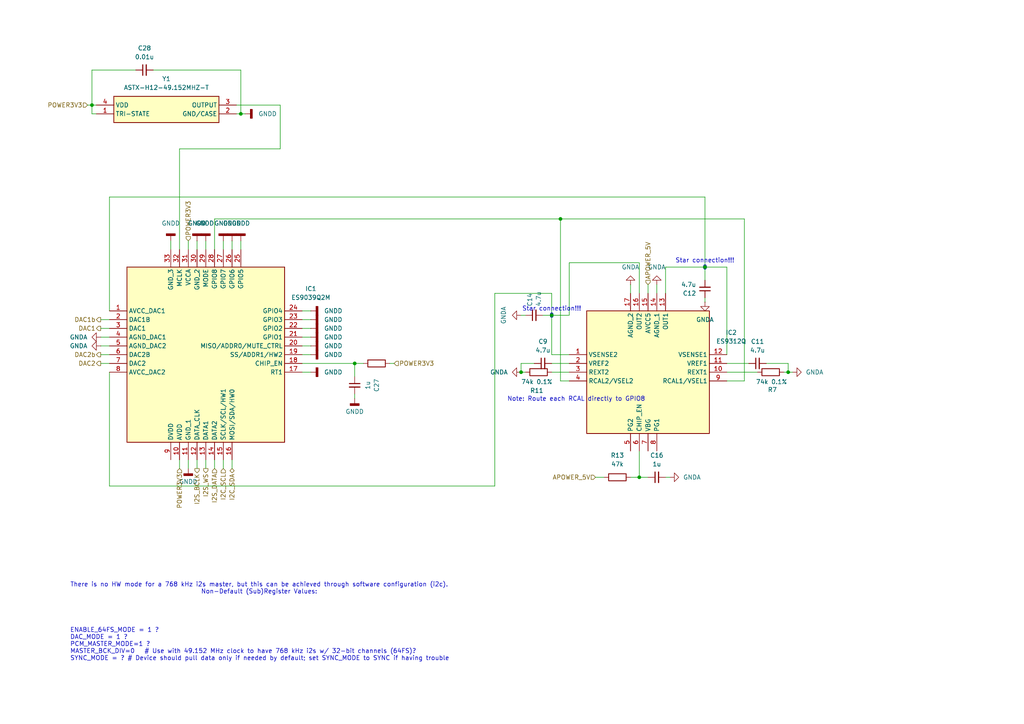
<source format=kicad_sch>
(kicad_sch (version 20250114) (generator "eeschema") (generator_version "9.0")
  (paper "A4")
  (title_block (title "DAC and DAC Power"))
  (lib_symbols
    (symbol "ASTX-H12-49_152MHZ-T:ASTX-H12-49.152MHZ-T"
      (property "Reference" "Y" (at 36.83 7.62 0))
      (property "Value" "ASTX-H12-49.152MHZ-T" (at 36.83 5.08 0))
      (symbol "ASTX-H12-49.152MHZ-T_1_1"
        (rectangle (start 5.08 2.54) (end 35.56 -5.08) (stroke (width 0.254)) (fill (type background)))
        (pin passive line (at 0 0 0) (length 5.08) (name "VDD") (number "4"))
        (pin passive line (at 0 -2.54 0) (length 5.08) (name "TRI-STATE") (number "1"))
        (pin passive line (at 40.64 0 180) (length 5.08) (name "OUTPUT") (number "3"))
        (pin passive line (at 40.64 -2.54 180) (length 5.08) (name "GND/CASE") (number "2"))
      )
    )
    (symbol "Device:C_Small" (pin_numbers (hide yes)) (pin_names (offset 0.254) (hide yes))
      (property "Reference" "C" (at 0.254 1.778 0))
      (property "Value" "C_Small" (at 0.254 -2.032 0))
      (symbol "C_Small_0_1"
        (polyline (pts (xy -1.524 0.508) (xy 1.524 0.508)) (stroke (width 0.3048)))
        (polyline (pts (xy -1.524 -0.508) (xy 1.524 -0.508)) (stroke (width 0.3302)))
      )
      (symbol "C_Small_1_1"
        (pin passive line (at 0 2.54 270) (length 2.032) (name "~") (number "1"))
        (pin passive line (at 0 -2.54 90) (length 2.032) (name "~") (number "2"))
      )
    )
    (symbol "Device:R" (pin_numbers (hide yes)) (pin_names (offset 0))
      (property "Reference" "R" (at 2.032 0 90))
      (property "Value" "R" (at 0 0 90))
      (symbol "R_0_1"
        (rectangle (start -1.016 -2.54) (end 1.016 2.54) (stroke (width 0.254)))
      )
      (symbol "R_1_1"
        (pin passive line (at 0 3.81 270) (length 1.27) (name "~") (number "1"))
        (pin passive line (at 0 -3.81 90) (length 1.27) (name "~") (number "2"))
      )
    )
    (symbol "ES9039Q2M:ES9039Q2M"
      (property "Reference" "IC" (at 52.07 17.78 0))
      (property "Value" "ES9039Q2M" (at 52.07 15.24 0))
      (symbol "ES9039Q2M_1_1"
        (rectangle (start 5.08 12.7) (end 50.8 -38.1) (stroke (width 0.254)) (fill (type background)))
        (pin passive line (at 0 0 0) (length 5.08) (name "AVCC_DAC1") (number "1"))
        (pin passive line (at 0 -2.54 0) (length 5.08) (name "DAC1B") (number "2"))
        (pin passive line (at 0 -5.08 0) (length 5.08) (name "DAC1") (number "3"))
        (pin passive line (at 0 -7.62 0) (length 5.08) (name "AGND_DAC1") (number "4"))
        (pin passive line (at 0 -10.16 0) (length 5.08) (name "AGND_DAC2") (number "5"))
        (pin passive line (at 0 -12.7 0) (length 5.08) (name "DAC2B") (number "6"))
        (pin passive line (at 0 -15.24 0) (length 5.08) (name "DAC2") (number "7"))
        (pin passive line (at 0 -17.78 0) (length 5.08) (name "AVCC_DAC2") (number "8"))
        (pin passive line (at 17.78 17.78 270) (length 5.08) (name "GND_3") (number "33"))
        (pin passive line (at 17.78 -43.18 90) (length 5.08) (name "DVDD") (number "9"))
        (pin passive line (at 20.32 17.78 270) (length 5.08) (name "MCLK") (number "32"))
        (pin passive line (at 20.32 -43.18 90) (length 5.08) (name "AVDD") (number "10"))
        (pin passive line (at 22.86 17.78 270) (length 5.08) (name "VCCA") (number "31"))
        (pin passive line (at 22.86 -43.18 90) (length 5.08) (name "GND_1") (number "11"))
        (pin passive line (at 25.4 17.78 270) (length 5.08) (name "GND_2") (number "30"))
        (pin passive line (at 25.4 -43.18 90) (length 5.08) (name "DATA_CLK") (number "12"))
        (pin passive line (at 27.94 17.78 270) (length 5.08) (name "MODE") (number "29"))
        (pin passive line (at 27.94 -43.18 90) (length 5.08) (name "DATA1") (number "13"))
        (pin passive line (at 30.48 17.78 270) (length 5.08) (name "GPIO8") (number "28"))
        (pin passive line (at 30.48 -43.18 90) (length 5.08) (name "DATA2") (number "14"))
        (pin passive line (at 33.02 17.78 270) (length 5.08) (name "GPIO7") (number "27"))
        (pin passive line (at 33.02 -43.18 90) (length 5.08) (name "SCLK/SCL/HW1") (number "15"))
        (pin passive line (at 35.56 17.78 270) (length 5.08) (name "GPIO6") (number "26"))
        (pin passive line (at 35.56 -43.18 90) (length 5.08) (name "MOSI/SDA/HW0") (number "16"))
        (pin passive line (at 38.1 17.78 270) (length 5.08) (name "GPIO5") (number "25"))
        (pin passive line (at 55.88 0 180) (length 5.08) (name "GPIO4") (number "24"))
        (pin passive line (at 55.88 -2.54 180) (length 5.08) (name "GPIO3") (number "23"))
        (pin passive line (at 55.88 -5.08 180) (length 5.08) (name "GPIO2") (number "22"))
        (pin passive line (at 55.88 -7.62 180) (length 5.08) (name "GPIO1") (number "21"))
        (pin passive line (at 55.88 -10.16 180) (length 5.08) (name "MISO/ADDR0/MUTE_CTRL") (number "20"))
        (pin passive line (at 55.88 -12.7 180) (length 5.08) (name "SS/ADDR1/HW2") (number "19"))
        (pin passive line (at 55.88 -15.24 180) (length 5.08) (name "CHIP_EN") (number "18"))
        (pin passive line (at 55.88 -17.78 180) (length 5.08) (name "RT1") (number "17"))
      )
    )
    (symbol "ES9312Q:ES9312Q"
      (property "Reference" "IC" (at 41.91 17.78 0))
      (property "Value" "ES9312Q" (at 41.91 15.24 0))
      (symbol "ES9312Q_1_1"
        (rectangle (start 5.08 12.7) (end 40.64 -22.86) (stroke (width 0.254)) (fill (type background)))
        (pin passive line (at 0 0 0) (length 5.08) (name "VSENSE2") (number "1"))
        (pin passive line (at 0 -2.54 0) (length 5.08) (name "VREF2") (number "2"))
        (pin passive line (at 0 -5.08 0) (length 5.08) (name "REXT2") (number "3"))
        (pin passive line (at 0 -7.62 0) (length 5.08) (name "RCAL2/VSEL2") (number "4"))
        (pin passive line (at 17.78 17.78 270) (length 5.08) (name "AGND_2") (number "17"))
        (pin passive line (at 17.78 -27.94 90) (length 5.08) (name "PG2") (number "5"))
        (pin passive line (at 20.32 17.78 270) (length 5.08) (name "OUT2") (number "16"))
        (pin passive line (at 20.32 -27.94 90) (length 5.08) (name "CHIP_EN") (number "6"))
        (pin passive line (at 22.86 17.78 270) (length 5.08) (name "AVCC5") (number "15"))
        (pin passive line (at 22.86 -27.94 90) (length 5.08) (name "VBG") (number "7"))
        (pin passive line (at 25.4 17.78 270) (length 5.08) (name "AGND_1") (number "14"))
        (pin passive line (at 25.4 -27.94 90) (length 5.08) (name "PG1") (number "8"))
        (pin passive line (at 27.94 17.78 270) (length 5.08) (name "OUT1") (number "13"))
        (pin passive line (at 45.72 0 180) (length 5.08) (name "VSENSE1") (number "12"))
        (pin passive line (at 45.72 -2.54 180) (length 5.08) (name "VREF1") (number "11"))
        (pin passive line (at 45.72 -5.08 180) (length 5.08) (name "REXT1") (number "10"))
        (pin passive line (at 45.72 -7.62 180) (length 5.08) (name "RCAL1/VSEL1") (number "9"))
      )
    )
    (symbol "power:GNDA" (power) (pin_numbers (hide yes)) (pin_names (offset 0) (hide yes))
      (property "Value" "GNDA" (at 0 -3.81 0))
      (symbol "GNDA_0_1"
        (polyline (pts (xy 0 0) (xy 0 -1.27) (xy 1.27 -1.27) (xy 0 -2.54) (xy -1.27 -1.27) (xy 0 -1.27)))
      )
      (symbol "GNDA_1_1"
        (pin power_in line (at 0 0 270) (length 0) (name "~") (number "1"))
      )
    )
    (symbol "power:GNDD" (power) (pin_numbers (hide yes)) (pin_names (offset 0) (hide yes))
      (property "Value" "GNDD" (at 0 -3.175 0))
      (symbol "GNDD_0_1"
        (rectangle (start -1.27 -1.524) (end 1.27 -2.032) (stroke (width 0.254)) (fill (type outline)))
        (polyline (pts (xy 0 0) (xy 0 -1.524)))
      )
      (symbol "GNDD_1_1"
        (pin power_in line (at 0 0 270) (length 0) (name "~") (number "1"))
      )
    )
  )
  (text "Note: Route each RCAL directly to GPIO8" (at 167.132 115.824 0) (effects (font (size 1.27 1.27))))
  (text "Star connection!!!\nO" (at 204.47 76.708 0) (effects (font (size 1.27 1.27))))
  (text "Star connection!!!\nO" (at 160.02 90.678 0) (effects (font (size 1.27 1.27))))
  (text "There is no HW mode for a 768 kHz i2s master, but this can be achieved through software configuration (i2c).\nNon-Default (Sub)Register Values:" (at 75.184 170.688 0) (effects (font (size 1.27 1.27))))
  (text "ENABLE_64FS_MODE = 1 \r\nDAC_MODE = 1 \r\nPCM_MASTER_MODE=1 \r\nMASTER_BCK_DIV=0   # Use with 49.152 MHz clock to have 768 kHz i2s w/ 32-bit channels (64FS)\r\nSYNC_MODE = ? # Device should pull data only if needed by default; set SYNC_MODE to SYNC if having trouble" (at 20.32 182.118 0) (effects (font (size 1.27 1.27)) (justify left top)))
  (junction (at 69.85 33.02))
  (junction (at 160.02 91.44))
  (junction (at 151.13 107.95))
  (junction (at 26.67 30.48))
  (junction (at 185.42 138.43))
  (junction (at 162.56 63.5))
  (junction (at 228.6 107.95))
  (junction (at 102.87 105.41))
  (junction (at 204.47 77.47))
  (wire (pts (xy 27.94 33.02) (xy 26.67 33.02)))
  (wire (pts (xy 215.9 63.5) (xy 162.56 63.5)))
  (wire (pts (xy 185.42 85.09) (xy 185.42 76.2)))
  (wire (pts (xy 151.13 107.95) (xy 152.4 107.95)))
  (wire (pts (xy 29.21 92.71) (xy 31.75 92.71)))
  (wire (pts (xy 87.63 105.41) (xy 102.87 105.41)))
  (wire (pts (xy 44.45 20.32) (xy 69.85 20.32)))
  (wire (pts (xy 151.13 105.41) (xy 151.13 107.95)))
  (wire (pts (xy 204.47 77.47) (xy 210.82 77.47)))
  (wire (pts (xy 210.82 107.95) (xy 219.71 107.95)))
  (wire (pts (xy 227.33 107.95) (xy 228.6 107.95)))
  (wire (pts (xy 172.72 138.43) (xy 175.26 138.43)))
  (wire (pts (xy 69.85 20.32) (xy 69.85 33.02)))
  (wire (pts (xy 69.85 33.02) (xy 71.12 33.02)))
  (wire (pts (xy 87.63 92.71) (xy 90.17 92.71)))
  (wire (pts (xy 162.56 63.5) (xy 162.56 110.49)))
  (wire (pts (xy 160.02 91.44) (xy 160.02 85.09)))
  (wire (pts (xy 52.07 133.35) (xy 52.07 135.89)))
  (wire (pts (xy 57.15 69.85) (xy 57.15 72.39)))
  (wire (pts (xy 210.82 110.49) (xy 215.9 110.49)))
  (wire (pts (xy 87.63 95.25) (xy 90.17 95.25)))
  (wire (pts (xy 64.77 69.85) (xy 64.77 72.39)))
  (wire (pts (xy 210.82 102.87) (xy 210.82 77.47)))
  (wire (pts (xy 68.58 30.48) (xy 81.28 30.48)))
  (wire (pts (xy 165.1 91.44) (xy 160.02 91.44)))
  (wire (pts (xy 210.82 105.41) (xy 217.17 105.41)))
  (wire (pts (xy 62.23 133.35) (xy 62.23 135.89)))
  (wire (pts (xy 87.63 100.33) (xy 90.17 100.33)))
  (wire (pts (xy 54.61 133.35) (xy 54.61 135.89)))
  (wire (pts (xy 215.9 110.49) (xy 215.9 63.5)))
  (wire (pts (xy 193.04 138.43) (xy 194.31 138.43)))
  (wire (pts (xy 31.75 140.97) (xy 31.75 107.95)))
  (wire (pts (xy 160.02 91.44) (xy 160.02 102.87)))
  (wire (pts (xy 160.02 85.09) (xy 143.51 85.09)))
  (wire (pts (xy 26.67 30.48) (xy 27.94 30.48)))
  (wire (pts (xy 204.47 77.47) (xy 204.47 81.28)))
  (wire (pts (xy 160.02 107.95) (xy 165.1 107.95)))
  (wire (pts (xy 185.42 138.43) (xy 185.42 130.81)))
  (wire (pts (xy 67.31 133.35) (xy 67.31 135.89)))
  (wire (pts (xy 57.15 133.35) (xy 57.15 135.89)))
  (wire (pts (xy 59.69 133.35) (xy 59.69 135.89)))
  (wire (pts (xy 81.28 30.48) (xy 81.28 43.18)))
  (wire (pts (xy 193.04 77.47) (xy 193.04 85.09)))
  (wire (pts (xy 162.56 110.49) (xy 165.1 110.49)))
  (wire (pts (xy 228.6 107.95) (xy 229.87 107.95)))
  (wire (pts (xy 228.6 105.41) (xy 228.6 107.95)))
  (wire (pts (xy 29.21 105.41) (xy 31.75 105.41)))
  (wire (pts (xy 49.53 69.85) (xy 49.53 72.39)))
  (wire (pts (xy 29.21 102.87) (xy 31.75 102.87)))
  (wire (pts (xy 102.87 105.41) (xy 102.87 109.22)))
  (wire (pts (xy 62.23 63.5) (xy 162.56 63.5)))
  (wire (pts (xy 26.67 20.32) (xy 26.67 30.48)))
  (wire (pts (xy 165.1 102.87) (xy 160.02 102.87)))
  (wire (pts (xy 39.37 20.32) (xy 26.67 20.32)))
  (wire (pts (xy 204.47 86.36) (xy 204.47 87.63)))
  (wire (pts (xy 67.31 69.85) (xy 67.31 72.39)))
  (wire (pts (xy 143.51 140.97) (xy 31.75 140.97)))
  (wire (pts (xy 29.21 100.33) (xy 31.75 100.33)))
  (wire (pts (xy 157.48 91.44) (xy 160.02 91.44)))
  (wire (pts (xy 81.28 43.18) (xy 52.07 43.18)))
  (wire (pts (xy 102.87 105.41) (xy 105.41 105.41)))
  (wire (pts (xy 69.85 69.85) (xy 69.85 72.39)))
  (wire (pts (xy 29.21 95.25) (xy 31.75 95.25)))
  (wire (pts (xy 26.67 33.02) (xy 26.67 30.48)))
  (wire (pts (xy 187.96 82.55) (xy 187.96 85.09)))
  (wire (pts (xy 185.42 76.2) (xy 165.1 76.2)))
  (wire (pts (xy 31.75 57.15) (xy 204.47 57.15)))
  (wire (pts (xy 87.63 97.79) (xy 90.17 97.79)))
  (wire (pts (xy 25.4 30.48) (xy 26.67 30.48)))
  (wire (pts (xy 52.07 43.18) (xy 52.07 72.39)))
  (wire (pts (xy 62.23 72.39) (xy 62.23 63.5)))
  (wire (pts (xy 87.63 90.17) (xy 90.17 90.17)))
  (wire (pts (xy 87.63 107.95) (xy 90.17 107.95)))
  (wire (pts (xy 54.61 69.85) (xy 54.61 72.39)))
  (wire (pts (xy 113.03 105.41) (xy 114.3 105.41)))
  (wire (pts (xy 154.94 105.41) (xy 151.13 105.41)))
  (wire (pts (xy 160.02 105.41) (xy 165.1 105.41)))
  (wire (pts (xy 182.88 82.55) (xy 182.88 85.09)))
  (wire (pts (xy 59.69 69.85) (xy 59.69 72.39)))
  (wire (pts (xy 29.21 97.79) (xy 31.75 97.79)))
  (wire (pts (xy 102.87 114.3) (xy 102.87 115.57)))
  (wire (pts (xy 87.63 102.87) (xy 90.17 102.87)))
  (wire (pts (xy 185.42 138.43) (xy 187.96 138.43)))
  (wire (pts (xy 31.75 57.15) (xy 31.75 90.17)))
  (wire (pts (xy 204.47 57.15) (xy 204.47 77.47)))
  (wire (pts (xy 143.51 85.09) (xy 143.51 140.97)))
  (wire (pts (xy 193.04 77.47) (xy 204.47 77.47)))
  (wire (pts (xy 190.5 82.55) (xy 190.5 85.09)))
  (wire (pts (xy 64.77 133.35) (xy 64.77 135.89)))
  (wire (pts (xy 182.88 138.43) (xy 185.42 138.43)))
  (wire (pts (xy 222.25 105.41) (xy 228.6 105.41)))
  (wire (pts (xy 165.1 76.2) (xy 165.1 91.44)))
  (wire (pts (xy 68.58 33.02) (xy 69.85 33.02)))
  (wire (pts (xy 151.13 91.44) (xy 152.4 91.44)))
  (hierarchical_label "POWER3V3" (shape input) (at 52.07 135.89 270))
  (hierarchical_label "I2C_SCL" (shape input) (at 64.77 135.89 270))
  (hierarchical_label "DAC1b" (shape output) (at 29.21 92.71 180))
  (hierarchical_label "DAC1" (shape output) (at 29.21 95.25 180))
  (hierarchical_label "POWER3V3" (shape input) (at 25.4 30.48 180))
  (hierarchical_label "APOWER_5V" (shape input) (at 187.96 82.55 90))
  (hierarchical_label "DAC2b" (shape output) (at 29.21 102.87 180))
  (hierarchical_label "I2S_WS" (shape output) (at 59.69 135.89 270))
  (hierarchical_label "I2C_SDA" (shape bidirectional) (at 67.31 135.89 270))
  (hierarchical_label "POWER3V3" (shape input) (at 54.61 69.85 90))
  (hierarchical_label "I2S_BCLK" (shape output) (at 57.15 135.89 270))
  (hierarchical_label "POWER3V3" (shape input) (at 114.3 105.41 0))
  (hierarchical_label "DAC2" (shape output) (at 29.21 105.41 180))
  (hierarchical_label "APOWER_5V" (shape input) (at 172.72 138.43 180))
  (hierarchical_label "I2S_DATA" (shape input) (at 62.23 135.89 270))
  (symbol (lib_id "power:GNDA") (at 29.21 97.79 270) (unit 1)
    (property "Reference" "#PWR023" (effects (hide yes)))
    (property "Value" "GNDA" (at 25.4 97.7899 90) (effects (justify right)))
    (property "Description" "Power symbol creates a global label with name \"GNDA\" , analog ground" (effects (hide yes)))
  )
  (symbol (lib_id "power:GNDD") (at 49.53 69.85 180) (unit 1)
    (property "Reference" "#PWR038" (effects (hide yes)))
    (property "Value" "GNDD" (at 49.53 64.77 0))
    (property "Description" "Power symbol creates a global label with name \"GNDD\" , digital ground" (effects (hide yes)))
  )
  (symbol (lib_id "power:GNDA") (at 229.87 107.95 90) (unit 1)
    (property "Reference" "#PWR02" (effects (hide yes)))
    (property "Value" "GNDA" (at 233.68 107.9499 90) (effects (justify right)))
    (property "Description" "Power symbol creates a global label with name \"GNDA\" , analog ground" (effects (hide yes)))
  )
  (symbol (lib_id "power:GNDD") (at 102.87 115.57 0) (unit 1)
    (property "Reference" "#PWR040" (effects (hide yes)))
    (property "Value" "GNDD" (at 102.87 119.38 0))
    (property "Description" "Power symbol creates a global label with name \"GNDD\" , digital ground" (effects (hide yes)))
  )
  (symbol (lib_id "power:GNDA") (at 204.47 87.63 0) (unit 1)
    (property "Reference" "#PWR020" (effects (hide yes)))
    (property "Value" "GNDA" (at 204.47 92.71 0))
    (property "Description" "Power symbol creates a global label with name \"GNDA\" , analog ground" (effects (hide yes)))
  )
  (symbol (lib_id "Device:R") (at 109.22 105.41 90) (unit 1)
    (property "Reference" "R17" (effects (hide yes)))
    (property "Value" "47k" (effects (hide yes)))
    (property "Description" "Resistor" (effects (hide yes)))
  )
  (symbol (lib_id "power:GNDA") (at 190.5 82.55 180) (unit 1)
    (property "Reference" "#PWR06" (effects (hide yes)))
    (property "Value" "GNDA" (at 190.5 77.47 0))
    (property "Description" "Power symbol creates a global label with name \"GNDA\" , analog ground" (effects (hide yes)))
  )
  (symbol (lib_id "power:GNDD") (at 69.85 69.85 180) (unit 1)
    (property "Reference" "#PWR036" (effects (hide yes)))
    (property "Value" "GNDD" (at 69.85 64.77 0))
    (property "Description" "Power symbol creates a global label with name \"GNDD\" , digital ground" (effects (hide yes)))
  )
  (symbol (lib_id "power:GNDD") (at 71.12 33.02 90) (unit 1)
    (property "Reference" "#PWR048" (effects (hide yes)))
    (property "Value" "GNDD" (at 74.93 33.0199 90) (effects (justify right)))
    (property "Description" "Power symbol creates a global label with name \"GNDD\" , digital ground" (effects (hide yes)))
  )
  (symbol (lib_id "Device:C_Small") (at 102.87 111.76 0) (unit 1)
    (property "Reference" "C27" (at 109.22 111.7663 90))
    (property "Value" "1u" (at 106.68 111.7663 90))
    (property "Description" "Unpolarized capacitor, small symbol" (effects (hide yes)))
  )
  (symbol (lib_id "power:GNDD") (at 90.17 90.17 90) (unit 1)
    (property "Reference" "#PWR035" (effects (hide yes)))
    (property "Value" "GNDD" (at 93.98 90.1699 90) (effects (justify right)))
    (property "Description" "Power symbol creates a global label with name \"GNDD\" , digital ground" (effects (hide yes)))
  )
  (symbol (lib_id "power:GNDD") (at 54.61 135.89 0) (unit 1)
    (property "Reference" "#PWR033" (effects (hide yes)))
    (property "Value" "GNDD" (at 54.61 139.7 0))
    (property "Description" "Power symbol creates a global label with name \"GNDD\" , digital ground" (effects (hide yes)))
  )
  (symbol (lib_id "Device:C_Small") (at 190.5 138.43 90) (unit 1)
    (property "Reference" "C16" (at 190.5063 132.08 90))
    (property "Value" "1u" (at 190.5063 134.62 90))
    (property "Description" "Unpolarized capacitor, small symbol" (effects (hide yes)))
  )
  (symbol (lib_id "power:GNDD") (at 64.77 69.85 180) (unit 1)
    (property "Reference" "#PWR034" (effects (hide yes)))
    (property "Value" "GNDD" (at 64.77 64.77 0))
    (property "Description" "Power symbol creates a global label with name \"GNDD\" , digital ground" (effects (hide yes)))
  )
  (symbol (lib_id "ES9312Q:ES9312Q") (at 165.1 102.87 0) (unit 1)
    (property "Reference" "IC2" (at 212.09 96.4498 0))
    (property "Value" "ES9312Q" (at 212.09 98.9898 0))
    (property "Footprint" "QFN50P300X300X80-17N-D" (effects (hide yes)))
    (property "Datasheet" "https://www.esstech.com/wp-content/uploads/2024/03/ES9312_DataSheet_v0.2.1.pdf" (effects (hide yes)))
    (property "Description" "Linear Voltage Regulators SABRE Dual Channel Ultra Low Noise Linear Regulator, 3mmx3mm, 16-QFN" (effects (hide yes)))
    (property "Height" "0.8" (effects (hide yes)))
    (property "Mouser Part Number" "460-ES9312Q" (effects (hide yes)))
    (property "Mouser Price/Stock" "https://www.mouser.co.uk/ProductDetail/ESS-Technology/ES9312Q?qs=%252BXxaIXUDbq1hLWAHTnkbEw%3D%3D" (effects (hide yes)))
    (property "Manufacturer_Name" "ESS Technology" (effects (hide yes)))
    (property "Manufacturer_Part_Number" "ES9312Q" (effects (hide yes)))
  )
  (symbol (lib_id "power:GNDA") (at 151.13 91.44 270) (unit 1)
    (property "Reference" "#PWR021" (effects (hide yes)))
    (property "Value" "GNDA" (at 146.05 91.44 0))
    (property "Description" "Power symbol creates a global label with name \"GNDA\" , analog ground" (effects (hide yes)))
  )
  (symbol (lib_id "Device:C_Small") (at 154.94 91.44 90) (unit 1)
    (property "Reference" "C14" (at 153.6762 88.9 0) (effects (justify left)))
    (property "Value" "4.7u" (at 156.2162 88.9 0) (effects (justify left)))
    (property "Description" "Unpolarized capacitor, small symbol" (effects (hide yes)))
  )
  (symbol (lib_id "Device:C_Small") (at 204.47 83.82 180) (unit 1)
    (property "Reference" "C12" (at 201.93 85.0838 0) (effects (justify left)))
    (property "Value" "4.7u" (at 201.93 82.5438 0) (effects (justify left)))
    (property "Description" "Unpolarized capacitor, small symbol" (effects (hide yes)))
  )
  (symbol (lib_id "power:GNDD") (at 90.17 97.79 90) (unit 1)
    (property "Reference" "#PWR043" (effects (hide yes)))
    (property "Value" "GNDD" (at 93.98 97.7899 90) (effects (justify right)))
    (property "Description" "Power symbol creates a global label with name \"GNDD\" , digital ground" (effects (hide yes)))
  )
  (symbol (lib_id "Device:C_Small") (at 219.71 105.41 90) (unit 1)
    (property "Reference" "C11" (at 219.7163 99.06 90))
    (property "Value" "4.7u" (at 219.7163 101.6 90))
    (property "Description" "Unpolarized capacitor, small symbol" (effects (hide yes)))
  )
  (symbol (lib_id "Device:C_Small") (at 157.48 105.41 90) (unit 1)
    (property "Reference" "C9" (at 157.4863 99.06 90))
    (property "Value" "4.7u" (at 157.4863 101.6 90))
    (property "Description" "Unpolarized capacitor, small symbol" (effects (hide yes)))
  )
  (symbol (lib_id "power:GNDD") (at 90.17 92.71 90) (unit 1)
    (property "Reference" "#PWR047" (effects (hide yes)))
    (property "Value" "GNDD" (at 93.98 92.7099 90) (effects (justify right)))
    (property "Description" "Power symbol creates a global label with name \"GNDD\" , digital ground" (effects (hide yes)))
  )
  (symbol (lib_id "power:GNDD") (at 67.31 69.85 180) (unit 1)
    (property "Reference" "#PWR037" (effects (hide yes)))
    (property "Value" "GNDD" (at 67.31 64.77 0))
    (property "Description" "Power symbol creates a global label with name \"GNDD\" , digital ground" (effects (hide yes)))
  )
  (symbol (lib_id "power:GNDA") (at 151.13 107.95 270) (unit 1)
    (property "Reference" "#PWR03" (effects (hide yes)))
    (property "Value" "GNDA" (at 147.32 107.9499 90) (effects (justify right)))
    (property "Description" "Power symbol creates a global label with name \"GNDA\" , analog ground" (effects (hide yes)))
  )
  (symbol (lib_id "Device:R") (at 156.21 107.95 90) (unit 1)
    (property "Reference" "R11" (at 155.702 113.284 90))
    (property "Value" "74k 0.1%" (at 155.702 110.744 90))
    (property "Description" "Resistor" (effects (hide yes)))
  )
  (symbol (lib_id "power:GNDD") (at 90.17 107.95 90) (unit 1)
    (property "Reference" "#PWR046" (effects (hide yes)))
    (property "Value" "GNDD" (at 93.98 107.9499 90) (effects (justify right)))
    (property "Description" "Power symbol creates a global label with name \"GNDD\" , digital ground" (effects (hide yes)))
  )
  (symbol (lib_id "Device:R") (at 223.52 107.95 90) (unit 1)
    (property "Reference" "R7" (at 224.028 113.03 90))
    (property "Value" "74k 0.1%" (at 223.774 110.744 90))
    (property "Description" "Resistor" (effects (hide yes)))
  )
  (symbol (lib_id "power:GNDA") (at 182.88 82.55 180) (unit 1)
    (property "Reference" "#PWR014" (effects (hide yes)))
    (property "Value" "GNDA" (at 182.88 77.47 0))
    (property "Description" "Power symbol creates a global label with name \"GNDA\" , analog ground" (effects (hide yes)))
  )
  (symbol (lib_id "ASTX-H12-49_152MHZ-T:ASTX-H12-49.152MHZ-T") (at 27.94 30.48 0) (unit 1)
    (property "Reference" "Y1" (at 48.26 22.86 0))
    (property "Value" "ASTX-H12-49.152MHZ-T" (at 48.26 25.4 0))
    (property "Footprint" "ASTX-H12" (effects (hide yes)))
    (property "Datasheet" "https://abracon.com/Oscillators/ASTX-H12.pdf" (effects (hide yes)))
    (property "Description" "TCXO Oscillators" (effects (hide yes)))
    (property "Height" "0.95" (effects (hide yes)))
    (property "Mouser Part Number" "815-ASTX-H12-49.15-T" (effects (hide yes)))
    (property "Mouser Price/Stock" "https://www.mouser.co.uk/ProductDetail/ABRACON/ASTX-H12-49.152MHZ-T?qs=W0yvOO0ixfH35g3lROWmQA%3D%3D" (effects (hide yes)))
    (property "Manufacturer_Name" "ABRACON" (effects (hide yes)))
    (property "Manufacturer_Part_Number" "ASTX-H12-49.152MHZ-T" (effects (hide yes)))
  )
  (symbol (lib_id "power:GNDA") (at 29.21 100.33 270) (unit 1)
    (property "Reference" "#PWR032" (effects (hide yes)))
    (property "Value" "GNDA" (at 25.4 100.3299 90) (effects (justify right)))
    (property "Description" "Power symbol creates a global label with name \"GNDA\" , analog ground" (effects (hide yes)))
  )
  (symbol (lib_id "Device:C_Small") (at 41.91 20.32 90) (unit 1)
    (property "Reference" "C28" (at 41.9163 13.97 90))
    (property "Value" "0.01u" (at 41.9163 16.51 90))
    (property "Description" "Unpolarized capacitor, small symbol" (effects (hide yes)))
  )
  (symbol (lib_id "power:GNDD") (at 90.17 95.25 90) (unit 1)
    (property "Reference" "#PWR044" (effects (hide yes)))
    (property "Value" "GNDD" (at 93.98 95.2499 90) (effects (justify right)))
    (property "Description" "Power symbol creates a global label with name \"GNDD\" , digital ground" (effects (hide yes)))
  )
  (symbol (lib_id "power:GNDD") (at 57.15 69.85 180) (unit 1)
    (property "Reference" "#PWR039" (effects (hide yes)))
    (property "Value" "GNDD" (at 57.15 64.77 0))
    (property "Description" "Power symbol creates a global label with name \"GNDD\" , digital ground" (effects (hide yes)))
  )
  (symbol (lib_id "Device:R") (at 179.07 138.43 90) (unit 1)
    (property "Reference" "R13" (at 179.07 132.08 90))
    (property "Value" "47k" (at 179.07 134.62 90))
    (property "Description" "Resistor" (effects (hide yes)))
  )
  (symbol (lib_id "power:GNDA") (at 194.31 138.43 90) (unit 1)
    (property "Reference" "#PWR022" (effects (hide yes)))
    (property "Value" "GNDA" (at 198.12 138.4299 90) (effects (justify right)))
    (property "Description" "Power symbol creates a global label with name \"GNDA\" , analog ground" (effects (hide yes)))
  )
  (symbol (lib_id "power:GNDD") (at 90.17 102.87 90) (unit 1)
    (property "Reference" "#PWR042" (effects (hide yes)))
    (property "Value" "GNDD" (at 93.98 102.8699 90) (effects (justify right)))
    (property "Description" "Power symbol creates a global label with name \"GNDD\" , digital ground" (effects (hide yes)))
  )
  (symbol (lib_id "ES9039Q2M:ES9039Q2M") (at 31.75 90.17 0) (unit 1)
    (property "Reference" "IC1" (at 90.17 83.7498 0))
    (property "Value" "ES9039Q2M" (at 90.17 86.2898 0))
    (property "Footprint" "QFN50P500X500X90-33N-D" (effects (hide yes)))
    (property "Datasheet" "https://www.esstech.com/wp-content/uploads/2023/03/ES9039Q2M_Datasheet_v0.1.3.pdf" (effects (hide yes)))
    (property "Description" "Digital to Analog Converters - DAC Sabre 32 Reference Stereo  low power audiophile DAC w/DOP, TDM" (effects (hide yes)))
    (property "Height" "0.9" (effects (hide yes)))
    (property "Mouser Part Number" "460-ES9039Q2M" (effects (hide yes)))
    (property "Mouser Price/Stock" "https://www.mouser.co.uk/ProductDetail/ESS-Technology/ES9039Q2M?qs=OcgtsXO%252B3gsGISPYpHXYiA%3D%3D" (effects (hide yes)))
    (property "Manufacturer_Name" "ESS Technology" (effects (hide yes)))
    (property "Manufacturer_Part_Number" "ES9039Q2M" (effects (hide yes)))
  )
  (symbol (lib_id "power:GNDD") (at 90.17 100.33 90) (unit 1)
    (property "Reference" "#PWR041" (effects (hide yes)))
    (property "Value" "GNDD" (at 93.98 100.3299 90) (effects (justify right)))
    (property "Description" "Power symbol creates a global label with name \"GNDD\" , digital ground" (effects (hide yes)))
  )
  (symbol (lib_id "power:GNDD") (at 59.69 69.85 180) (unit 1)
    (property "Reference" "#PWR045" (effects (hide yes)))
    (property "Value" "GNDD" (at 59.436 64.77 0))
    (property "Description" "Power symbol creates a global label with name \"GNDD\" , digital ground" (effects (hide yes)))
  )
)
</source>
